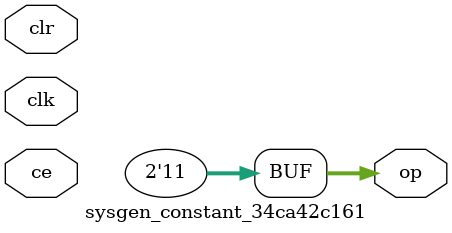
<source format=v>
module sysgen_constant_34ca42c161 (
  output [(2 - 1):0] op,
  input clk,
  input ce,
  input clr);
  assign op = 2'b11;
endmodule
</source>
